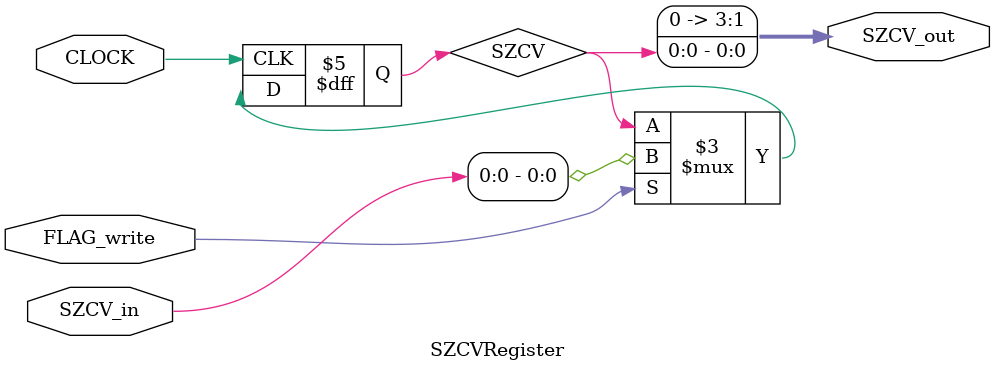
<source format=v>
module SZCVRegister(
   input [3:0] 	SZCV_in,
   input 	FLAG_write, CLOCK,
   output [3:0] SZCV_out);

   reg 		SZCV;
   
   
   always @ (posedge CLOCK) begin
      if (FLAG_write == 1'b1)
	SZCV <= SZCV_in;
   end
   
   assign SZCV_out = SZCV;
   
endmodule // SZCVRegister




</source>
